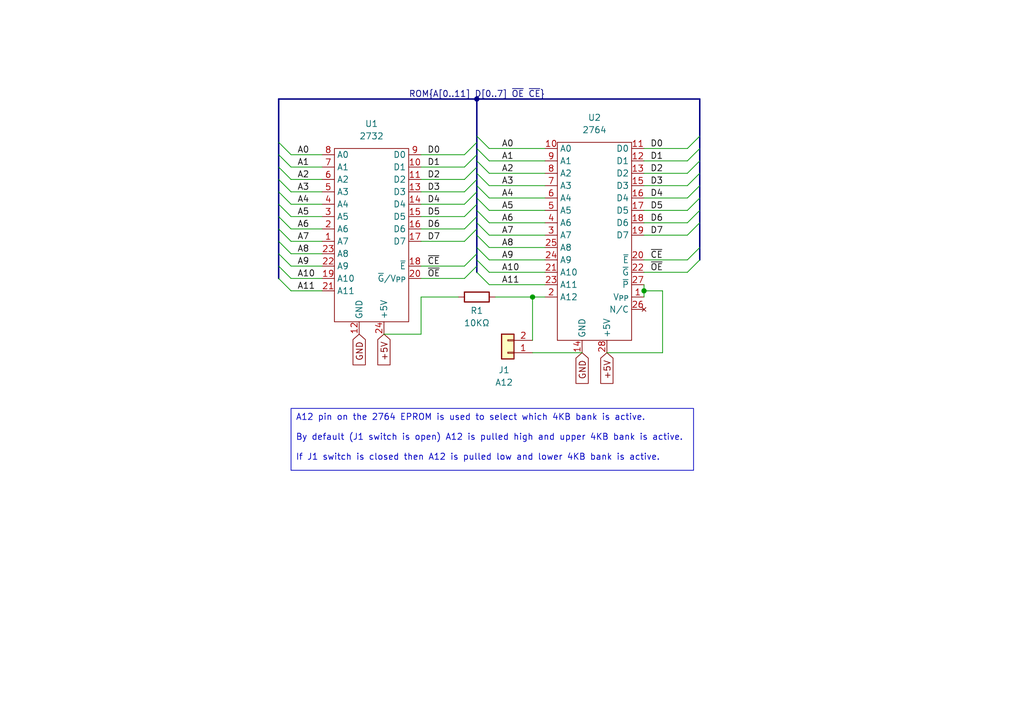
<source format=kicad_sch>
(kicad_sch (version 20250114) (generator "eeschema") (generator_version "9.0")
  (paper "A5")
  (title_block (title "2764 to 2732 Adapator") (date "21-Apr-2025") (rev "B") (company "Brett Hallen") (comment 1 "www.youtube.com/@Brfff"))
  (lib_symbols
    (symbol "Clueless_Engineer:2732_EPROM"
      (property "Reference" "U" (at 0 5.334 0))
      (property "Value" "2732" (at 0 0 0))
      (symbol "2732_EPROM_0_1"
        (rectangle (start -7.62 2.54) (end 7.62 -33.02))
      )
      (symbol "2732_EPROM_1_1"
        (pin input line (at -10.16 1.27 0) (length 2.54) (name "A0") (number "8"))
        (pin input line (at -10.16 -1.27 0) (length 2.54) (name "A1") (number "7"))
        (pin input line (at -10.16 -3.81 0) (length 2.54) (name "A2") (number "6"))
        (pin input line (at -10.16 -6.35 0) (length 2.54) (name "A3") (number "5"))
        (pin input line (at -10.16 -8.89 0) (length 2.54) (name "A4") (number "4"))
        (pin input line (at -10.16 -11.43 0) (length 2.54) (name "A5") (number "3"))
        (pin input line (at -10.16 -13.97 0) (length 2.54) (name "A6") (number "2"))
        (pin input line (at -10.16 -16.51 0) (length 2.54) (name "A7") (number "1"))
        (pin input line (at -10.16 -19.05 0) (length 2.54) (name "A8") (number "23"))
        (pin input line (at -10.16 -21.59 0) (length 2.54) (name "A9") (number "22"))
        (pin input line (at -10.16 -24.13 0) (length 2.54) (name "A10") (number "19"))
        (pin input line (at -10.16 -26.67 0) (length 2.54) (name "A11") (number "21"))
        (pin power_in line (at -2.54 -35.56 90) (length 2.54) (name "GND") (number "12"))
        (pin power_in line (at 2.54 -35.56 90) (length 2.54) (name "+5V") (number "24"))
        (pin output line (at 10.16 1.27 180) (length 2.54) (name "D0") (number "9"))
        (pin output line (at 10.16 -1.27 180) (length 2.54) (name "D1") (number "10"))
        (pin output line (at 10.16 -3.81 180) (length 2.54) (name "D2") (number "11"))
        (pin output line (at 10.16 -6.35 180) (length 2.54) (name "D3") (number "13"))
        (pin output line (at 10.16 -8.89 180) (length 2.54) (name "D4") (number "14"))
        (pin output line (at 10.16 -11.43 180) (length 2.54) (name "D5") (number "15"))
        (pin output line (at 10.16 -13.97 180) (length 2.54) (name "D6") (number "16"))
        (pin output line (at 10.16 -16.51 180) (length 2.54) (name "D7") (number "17"))
        (pin input line (at 10.16 -21.59 180) (length 2.54) (name "~{E}") (number "18"))
        (pin input line (at 10.16 -24.13 180) (length 2.54) (name "~{G}/V_{PP}") (number "20"))
      )
    )
    (symbol "Clueless_Engineer:2764_EPROM"
      (property "Reference" "U" (at 0 5.334 0))
      (property "Value" "2764" (at 0 0 0))
      (symbol "2764_EPROM_0_1"
        (rectangle (start -7.62 2.54) (end 7.62 -38.1))
      )
      (symbol "2764_EPROM_1_1"
        (pin input line (at -10.16 1.27 0) (length 2.54) (name "A0") (number "10"))
        (pin input line (at -10.16 -1.27 0) (length 2.54) (name "A1") (number "9"))
        (pin input line (at -10.16 -3.81 0) (length 2.54) (name "A2") (number "8"))
        (pin input line (at -10.16 -6.35 0) (length 2.54) (name "A3") (number "7"))
        (pin input line (at -10.16 -8.89 0) (length 2.54) (name "A4") (number "6"))
        (pin input line (at -10.16 -11.43 0) (length 2.54) (name "A5") (number "5"))
        (pin input line (at -10.16 -13.97 0) (length 2.54) (name "A6") (number "4"))
        (pin input line (at -10.16 -16.51 0) (length 2.54) (name "A7") (number "3"))
        (pin input line (at -10.16 -19.05 0) (length 2.54) (name "A8") (number "25"))
        (pin input line (at -10.16 -21.59 0) (length 2.54) (name "A9") (number "24"))
        (pin input line (at -10.16 -24.13 0) (length 2.54) (name "A10") (number "21"))
        (pin input line (at -10.16 -26.67 0) (length 2.54) (name "A11") (number "23"))
        (pin input line (at -10.16 -29.21 0) (length 2.54) (name "A12") (number "2"))
        (pin power_in line (at -2.54 -40.64 90) (length 2.54) (name "GND") (number "14"))
        (pin power_in line (at 2.54 -40.64 90) (length 2.54) (name "+5V") (number "28"))
        (pin output line (at 10.16 1.27 180) (length 2.54) (name "D0") (number "11"))
        (pin output line (at 10.16 -1.27 180) (length 2.54) (name "D1") (number "12"))
        (pin output line (at 10.16 -3.81 180) (length 2.54) (name "D2") (number "13"))
        (pin output line (at 10.16 -6.35 180) (length 2.54) (name "D3") (number "15"))
        (pin output line (at 10.16 -8.89 180) (length 2.54) (name "D4") (number "16"))
        (pin output line (at 10.16 -11.43 180) (length 2.54) (name "D5") (number "17"))
        (pin output line (at 10.16 -13.97 180) (length 2.54) (name "D6") (number "18"))
        (pin output line (at 10.16 -16.51 180) (length 2.54) (name "D7") (number "19"))
        (pin input line (at 10.16 -21.59 180) (length 2.54) (name "~{E}") (number "20"))
        (pin input line (at 10.16 -24.13 180) (length 2.54) (name "~{G}") (number "22"))
        (pin input line (at 10.16 -26.67 180) (length 2.54) (name "~{P}") (number "27"))
        (pin input line (at 10.16 -29.21 180) (length 2.54) (name "V_{PP}") (number "1"))
        (pin no_connect line (at 10.16 -31.75 180) (length 2.54) (name "N/C") (number "26"))
      )
    )
    (symbol "Connector_Generic:Conn_01x02" (pin_names (offset 1.016) (hide yes))
      (property "Reference" "J" (at 0 2.54 0))
      (property "Value" "Conn_01x02" (at 0 -5.08 0))
      (symbol "Conn_01x02_1_1"
        (rectangle (start -1.27 1.27) (end 1.27 -3.81) (stroke (width 0.254)) (fill (type background)))
        (rectangle (start -1.27 0.127) (end 0 -0.127) (stroke (width 0.1524)))
        (rectangle (start -1.27 -2.413) (end 0 -2.667) (stroke (width 0.1524)))
        (pin passive line (at -5.08 0 0) (length 3.81) (name "Pin_1") (number "1"))
        (pin passive line (at -5.08 -2.54 0) (length 3.81) (name "Pin_2") (number "2"))
      )
    )
    (symbol "Device:R" (pin_numbers (hide yes)) (pin_names (offset 0))
      (property "Reference" "R" (at 2.032 0 90))
      (property "Value" "R" (at 0 0 90))
      (symbol "R_0_1"
        (rectangle (start -1.016 -2.54) (end 1.016 2.54) (stroke (width 0.254)))
      )
      (symbol "R_1_1"
        (pin passive line (at 0 3.81 270) (length 1.27) (name "~") (number "1"))
        (pin passive line (at 0 -3.81 90) (length 1.27) (name "~") (number "2"))
      )
    )
  )
  (text_box "A12 pin on the 2764 EPROM is used to select which 4KB bank is active.\n\nBy default (J1 switch is open) A12 is pulled high and upper 4KB bank is active.\n\nIf J1 switch is closed then A12 is pulled low and lower 4KB bank is active." (at 59.69 83.82 0) (size 82.55 12.7) (margins 0.9525 0.9525 0.9525 0.9525) (effects (font (size 1.27 1.27)) (justify left top)))
  (junction (at 132.08 59.69))
  (junction (at 97.79 20.32))
  (junction (at 109.22 60.96))
  (bus_entry (at 143.51 35.56) (size -2.54 2.54))
  (bus_entry (at 57.15 36.83) (size 2.54 2.54))
  (bus_entry (at 57.15 52.07) (size 2.54 2.54))
  (bus_entry (at 57.15 31.75) (size 2.54 2.54))
  (bus_entry (at 97.79 41.91) (size -2.54 2.54))
  (bus_entry (at 57.15 39.37) (size 2.54 2.54))
  (bus_entry (at 97.79 44.45) (size -2.54 2.54))
  (bus_entry (at 97.79 34.29) (size -2.54 2.54))
  (bus_entry (at 97.79 53.34) (size 2.54 2.54))
  (bus_entry (at 97.79 27.94) (size 2.54 2.54))
  (bus_entry (at 97.79 39.37) (size -2.54 2.54))
  (bus_entry (at 143.51 40.64) (size -2.54 2.54))
  (bus_entry (at 97.79 52.07) (size -2.54 2.54))
  (bus_entry (at 143.51 43.18) (size -2.54 2.54))
  (bus_entry (at 97.79 30.48) (size 2.54 2.54))
  (bus_entry (at 57.15 29.21) (size 2.54 2.54))
  (bus_entry (at 97.79 38.1) (size 2.54 2.54))
  (bus_entry (at 143.51 33.02) (size -2.54 2.54))
  (bus_entry (at 143.51 50.8) (size -2.54 2.54))
  (bus_entry (at 97.79 54.61) (size -2.54 2.54))
  (bus_entry (at 57.15 54.61) (size 2.54 2.54))
  (bus_entry (at 57.15 41.91) (size 2.54 2.54))
  (bus_entry (at 97.79 50.8) (size 2.54 2.54))
  (bus_entry (at 97.79 55.88) (size 2.54 2.54))
  (bus_entry (at 143.51 38.1) (size -2.54 2.54))
  (bus_entry (at 97.79 35.56) (size 2.54 2.54))
  (bus_entry (at 97.79 45.72) (size 2.54 2.54))
  (bus_entry (at 57.15 46.99) (size 2.54 2.54))
  (bus_entry (at 143.51 45.72) (size -2.54 2.54))
  (bus_entry (at 57.15 44.45) (size 2.54 2.54))
  (bus_entry (at 143.51 27.94) (size -2.54 2.54))
  (bus_entry (at 97.79 33.02) (size 2.54 2.54))
  (bus_entry (at 57.15 34.29) (size 2.54 2.54))
  (bus_entry (at 57.15 49.53) (size 2.54 2.54))
  (bus_entry (at 97.79 43.18) (size 2.54 2.54))
  (bus_entry (at 57.15 57.15) (size 2.54 2.54))
  (bus_entry (at 97.79 48.26) (size 2.54 2.54))
  (bus_entry (at 97.79 46.99) (size -2.54 2.54))
  (bus_entry (at 97.79 36.83) (size -2.54 2.54))
  (bus_entry (at 143.51 53.34) (size -2.54 2.54))
  (bus_entry (at 143.51 30.48) (size -2.54 2.54))
  (bus_entry (at 97.79 40.64) (size 2.54 2.54))
  (bus_entry (at 97.79 29.21) (size -2.54 2.54))
  (bus_entry (at 97.79 31.75) (size -2.54 2.54))
  (wire (pts (xy 59.69 34.29) (xy 66.04 34.29)))
  (bus (pts (xy 97.79 52.07) (xy 97.79 53.34)))
  (wire (pts (xy 86.36 57.15) (xy 95.25 57.15)))
  (wire (pts (xy 101.6 60.96) (xy 109.22 60.96)))
  (bus (pts (xy 57.15 31.75) (xy 57.15 34.29)))
  (wire (pts (xy 86.36 54.61) (xy 95.25 54.61)))
  (bus (pts (xy 97.79 40.64) (xy 97.79 41.91)))
  (wire (pts (xy 100.33 40.64) (xy 111.76 40.64)))
  (wire (pts (xy 109.22 60.96) (xy 109.22 69.85)))
  (bus (pts (xy 57.15 41.91) (xy 57.15 39.37)))
  (bus (pts (xy 97.79 35.56) (xy 97.79 36.83)))
  (wire (pts (xy 86.36 60.96) (xy 93.98 60.96)))
  (bus (pts (xy 97.79 43.18) (xy 97.79 44.45)))
  (wire (pts (xy 132.08 33.02) (xy 140.97 33.02)))
  (wire (pts (xy 132.08 55.88) (xy 140.97 55.88)))
  (wire (pts (xy 132.08 59.69) (xy 135.89 59.69)))
  (wire (pts (xy 100.33 30.48) (xy 111.76 30.48)))
  (bus (pts (xy 97.79 30.48) (xy 97.79 31.75)))
  (wire (pts (xy 132.08 35.56) (xy 140.97 35.56)))
  (bus (pts (xy 97.79 39.37) (xy 97.79 40.64)))
  (bus (pts (xy 57.15 44.45) (xy 57.15 41.91)))
  (wire (pts (xy 59.69 49.53) (xy 66.04 49.53)))
  (wire (pts (xy 100.33 35.56) (xy 111.76 35.56)))
  (bus (pts (xy 57.15 46.99) (xy 57.15 44.45)))
  (bus (pts (xy 97.79 41.91) (xy 97.79 43.18)))
  (wire (pts (xy 59.69 59.69) (xy 66.04 59.69)))
  (wire (pts (xy 59.69 39.37) (xy 66.04 39.37)))
  (wire (pts (xy 100.33 53.34) (xy 111.76 53.34)))
  (wire (pts (xy 86.36 46.99) (xy 95.25 46.99)))
  (bus (pts (xy 57.15 20.32) (xy 97.79 20.32)))
  (wire (pts (xy 86.36 49.53) (xy 95.25 49.53)))
  (bus (pts (xy 143.51 20.32) (xy 143.51 27.94)))
  (wire (pts (xy 100.33 55.88) (xy 111.76 55.88)))
  (wire (pts (xy 132.08 59.69) (xy 132.08 60.96)))
  (wire (pts (xy 132.08 45.72) (xy 140.97 45.72)))
  (wire (pts (xy 86.36 41.91) (xy 95.25 41.91)))
  (wire (pts (xy 86.36 44.45) (xy 95.25 44.45)))
  (wire (pts (xy 100.33 48.26) (xy 111.76 48.26)))
  (wire (pts (xy 132.08 43.18) (xy 140.97 43.18)))
  (bus (pts (xy 97.79 48.26) (xy 97.79 50.8)))
  (wire (pts (xy 100.33 43.18) (xy 111.76 43.18)))
  (bus (pts (xy 97.79 34.29) (xy 97.79 35.56)))
  (bus (pts (xy 97.79 29.21) (xy 97.79 30.48)))
  (wire (pts (xy 100.33 50.8) (xy 111.76 50.8)))
  (wire (pts (xy 100.33 33.02) (xy 111.76 33.02)))
  (wire (pts (xy 78.74 68.58) (xy 86.36 68.58)))
  (wire (pts (xy 100.33 58.42) (xy 111.76 58.42)))
  (bus (pts (xy 57.15 49.53) (xy 57.15 46.99)))
  (bus (pts (xy 143.51 40.64) (xy 143.51 43.18)))
  (bus (pts (xy 97.79 44.45) (xy 97.79 45.72)))
  (wire (pts (xy 132.08 40.64) (xy 140.97 40.64)))
  (wire (pts (xy 100.33 38.1) (xy 111.76 38.1)))
  (wire (pts (xy 135.89 72.39) (xy 124.46 72.39)))
  (bus (pts (xy 97.79 27.94) (xy 97.79 29.21)))
  (bus (pts (xy 97.79 36.83) (xy 97.79 38.1)))
  (bus (pts (xy 97.79 38.1) (xy 97.79 39.37)))
  (bus (pts (xy 57.15 57.15) (xy 57.15 54.61)))
  (wire (pts (xy 132.08 30.48) (xy 140.97 30.48)))
  (bus (pts (xy 143.51 27.94) (xy 143.51 30.48)))
  (bus (pts (xy 57.15 29.21) (xy 57.15 31.75)))
  (wire (pts (xy 59.69 54.61) (xy 66.04 54.61)))
  (wire (pts (xy 59.69 31.75) (xy 66.04 31.75)))
  (wire (pts (xy 59.69 46.99) (xy 66.04 46.99)))
  (bus (pts (xy 57.15 29.21) (xy 57.15 20.32)))
  (bus (pts (xy 57.15 36.83) (xy 57.15 34.29)))
  (wire (pts (xy 59.69 57.15) (xy 66.04 57.15)))
  (bus (pts (xy 143.51 38.1) (xy 143.51 40.64)))
  (bus (pts (xy 97.79 54.61) (xy 97.79 55.88)))
  (bus (pts (xy 97.79 45.72) (xy 97.79 46.99)))
  (bus (pts (xy 57.15 39.37) (xy 57.15 36.83)))
  (wire (pts (xy 100.33 45.72) (xy 111.76 45.72)))
  (bus (pts (xy 143.51 50.8) (xy 143.51 53.34)))
  (wire (pts (xy 86.36 34.29) (xy 95.25 34.29)))
  (bus (pts (xy 143.51 35.56) (xy 143.51 38.1)))
  (wire (pts (xy 109.22 60.96) (xy 111.76 60.96)))
  (bus (pts (xy 97.79 20.32) (xy 97.79 27.94)))
  (bus (pts (xy 57.15 54.61) (xy 57.15 52.07)))
  (bus (pts (xy 97.79 50.8) (xy 97.79 52.07)))
  (wire (pts (xy 135.89 59.69) (xy 135.89 72.39)))
  (wire (pts (xy 86.36 39.37) (xy 95.25 39.37)))
  (bus (pts (xy 143.51 45.72) (xy 143.51 50.8)))
  (wire (pts (xy 59.69 44.45) (xy 66.04 44.45)))
  (bus (pts (xy 97.79 31.75) (xy 97.79 33.02)))
  (bus (pts (xy 143.51 43.18) (xy 143.51 45.72)))
  (bus (pts (xy 57.15 52.07) (xy 57.15 49.53)))
  (wire (pts (xy 86.36 36.83) (xy 95.25 36.83)))
  (bus (pts (xy 97.79 53.34) (xy 97.79 54.61)))
  (wire (pts (xy 86.36 31.75) (xy 95.25 31.75)))
  (bus (pts (xy 97.79 46.99) (xy 97.79 48.26)))
  (wire (pts (xy 59.69 52.07) (xy 66.04 52.07)))
  (bus (pts (xy 143.51 30.48) (xy 143.51 33.02)))
  (wire (pts (xy 132.08 48.26) (xy 140.97 48.26)))
  (wire (pts (xy 132.08 38.1) (xy 140.97 38.1)))
  (bus (pts (xy 143.51 33.02) (xy 143.51 35.56)))
  (wire (pts (xy 132.08 53.34) (xy 140.97 53.34)))
  (wire (pts (xy 109.22 72.39) (xy 119.38 72.39)))
  (wire (pts (xy 59.69 36.83) (xy 66.04 36.83)))
  (bus (pts (xy 97.79 33.02) (xy 97.79 34.29)))
  (wire (pts (xy 86.36 68.58) (xy 86.36 60.96)))
  (wire (pts (xy 132.08 58.42) (xy 132.08 59.69)))
  (wire (pts (xy 59.69 41.91) (xy 66.04 41.91)))
  (bus (pts (xy 97.79 20.32) (xy 143.51 20.32)))
  (label "A4" (at 60.96 41.91 0))
  (label "A6" (at 60.96 46.99 0))
  (label "D4" (at 87.63 41.91 0))
  (label "D6" (at 87.63 46.99 0))
  (label "A2" (at 102.87 35.56 0))
  (label "~{OE}" (at 87.63 57.15 0))
  (label "D3" (at 87.63 39.37 0))
  (label "~{CE}" (at 133.35 53.34 0))
  (label "A10" (at 102.87 55.88 0))
  (label "D5" (at 133.35 43.18 0))
  (label "A6" (at 102.87 45.72 0))
  (label "A7" (at 60.96 49.53 0))
  (label "A9" (at 60.96 54.61 0))
  (label "~{CE}" (at 87.63 54.61 0))
  (label "A0" (at 102.87 30.48 0))
  (label "A7" (at 102.87 48.26 0))
  (label "A3" (at 102.87 38.1 0))
  (label "D3" (at 133.35 38.1 0))
  (label "D1" (at 87.63 34.29 0))
  (label "A4" (at 102.87 40.64 0))
  (label "A0" (at 60.96 31.75 0))
  (label "D6" (at 133.35 45.72 0))
  (label "D1" (at 133.35 33.02 0))
  (label "A9" (at 102.87 53.34 0))
  (label "A1" (at 60.96 34.29 0))
  (label "~{OE}" (at 133.35 55.88 0))
  (label "D5" (at 87.63 44.45 0))
  (label "D0" (at 133.35 30.48 0))
  (label "A5" (at 60.96 44.45 0))
  (label "D7" (at 133.35 48.26 0))
  (label "A5" (at 102.87 43.18 0))
  (label "A8" (at 102.87 50.8 0))
  (label "D4" (at 133.35 40.64 0))
  (label "A11" (at 60.96 59.69 0))
  (label "D0" (at 87.63 31.75 0))
  (label "A10" (at 60.96 57.15 0))
  (label "D7" (at 87.63 49.53 0))
  (label "A11" (at 102.87 58.42 0))
  (label "D2" (at 87.63 36.83 0))
  (label "A3" (at 60.96 39.37 0))
  (label "A2" (at 60.96 36.83 0))
  (label "A8" (at 60.96 52.07 0))
  (label "A1" (at 102.87 33.02 0))
  (label "D2" (at 133.35 35.56 0))
  (label "ROM{A[0..11] D[0..7] ~{OE} ~{CE}}" (at 83.82 20.32 0))
  (global_label "GND" (shape input) (at 119.38 72.39 270) (property "Intersheetrefs" "${INTERSHEET_REFS}" (effects (hide yes))))
  (global_label "+5V" (shape input) (at 78.74 68.58 270) (property "Intersheetrefs" "${INTERSHEET_REFS}" (effects (hide yes))))
  (global_label "+5V" (shape input) (at 124.46 72.39 270) (property "Intersheetrefs" "${INTERSHEET_REFS}" (effects (hide yes))))
  (global_label "GND" (shape input) (at 73.66 68.58 270) (property "Intersheetrefs" "${INTERSHEET_REFS}" (effects (hide yes))))
  (symbol (lib_id "Device:R") (at 97.79 60.96 90) (unit 1)
    (property "Reference" "R1" (at 97.79 63.754 90))
    (property "Value" "10KΩ" (at 97.79 66.294 90))
    (property "Footprint" "Resistor_THT:R_Axial_DIN0207_L6.3mm_D2.5mm_P2.54mm_Vertical" (effects (hide yes)))
    (property "Description" "Resistor" (effects (hide yes)))
  )
  (symbol (lib_id "Clueless_Engineer:2732_EPROM") (at 76.2 33.02 0) (unit 1)
    (property "Reference" "U1" (at 76.2 25.4 0))
    (property "Value" "2732" (at 76.2 27.94 0))
    (property "Footprint" "Clueless_Engineer:DIP-24_W15.24mm-Notch" (effects (hide yes)))
  )
  (symbol (lib_id "Clueless_Engineer:2764_EPROM") (at 121.92 31.75 0) (unit 1)
    (property "Reference" "U2" (at 121.92 24.13 0))
    (property "Value" "2764" (at 121.92 26.67 0))
    (property "Footprint" "Package_DIP:DIP-28_W15.24mm_Socket" (effects (hide yes)))
  )
  (symbol (lib_id "Connector_Generic:Conn_01x02") (at 104.14 72.39 180) (unit 1)
    (property "Reference" "J1" (at 103.378 75.946 0))
    (property "Value" "A12" (at 103.378 78.486 0))
    (property "Footprint" "Connector_PinHeader_2.54mm:PinHeader_1x02_P2.54mm_Vertical" (effects (hide yes)))
    (property "Description" "Generic connector, single row, 01x02, script generated (kicad-library-utils/schlib/autogen/connector/)" (effects (hide yes)))
  )
)
</source>
